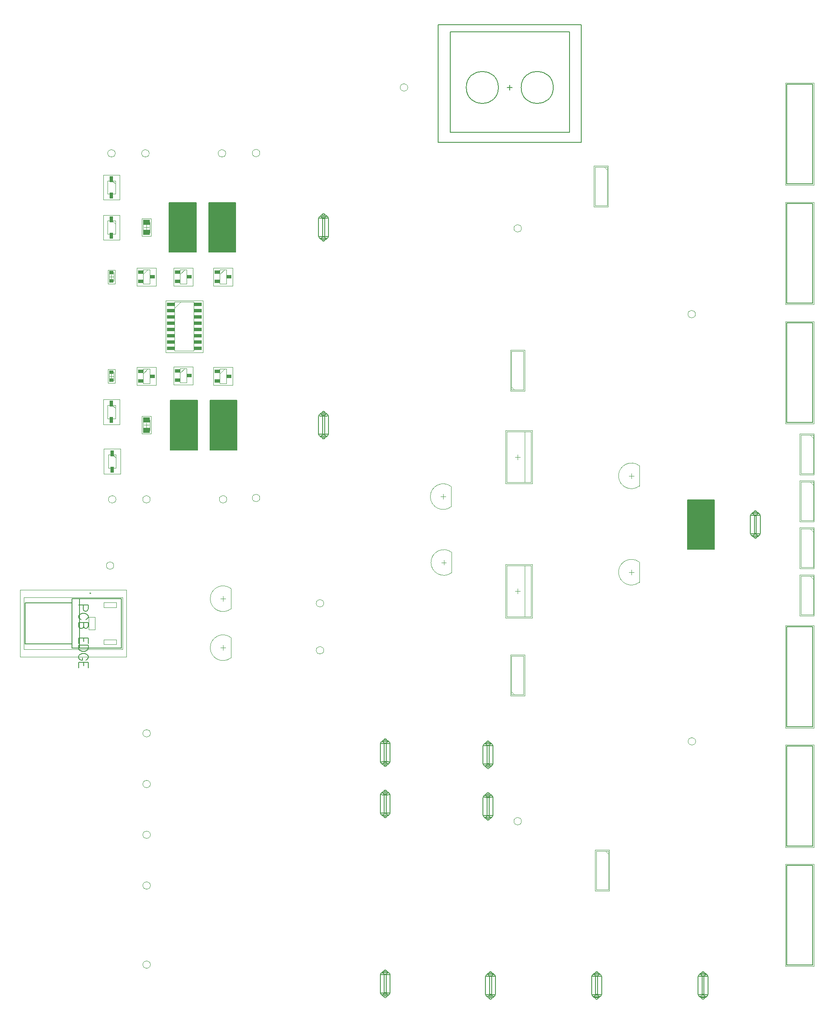
<source format=gtp>
G04*
G04 #@! TF.GenerationSoftware,Altium Limited,Altium Designer,18.0.7 (293)*
G04*
G04 Layer_Color=8421504*
%FSLAX25Y25*%
%MOIN*%
G70*
G01*
G75*
%ADD10C,0.00500*%
%ADD11C,0.00600*%
%ADD12C,0.00787*%
%ADD18C,0.00394*%
%ADD24C,0.00000*%
%ADD25C,0.00781*%
%ADD26C,0.00300*%
%ADD27C,0.00197*%
%ADD28R,0.02953X0.04921*%
%ADD29R,0.03543X0.02756*%
%ADD30R,0.05315X0.03937*%
%ADD31R,0.06102X0.02559*%
%ADD32R,0.03937X0.02756*%
G36*
X99150Y492640D02*
Y453140D01*
X77650D01*
Y492640D01*
X99150D01*
D02*
G37*
G36*
X98264Y650072D02*
Y610572D01*
X76764D01*
Y650072D01*
X98264D01*
D02*
G37*
G36*
X130646Y492640D02*
Y453140D01*
X109146D01*
Y492640D01*
X130646D01*
D02*
G37*
G36*
X129760Y650072D02*
Y610572D01*
X108260D01*
Y650072D01*
X129760D01*
D02*
G37*
G36*
X511000Y413402D02*
Y373902D01*
X489500D01*
Y413402D01*
X511000D01*
D02*
G37*
D10*
X568724Y122441D02*
X589197D01*
Y42913D02*
Y122441D01*
X568724Y42913D02*
X589197D01*
X568724D02*
Y122441D01*
X589197D01*
Y42913D02*
Y122441D01*
X568724Y42913D02*
X589197D01*
X568724D02*
Y122441D01*
Y744488D02*
X589197D01*
Y664961D02*
Y744488D01*
X568724Y664961D02*
X589197D01*
X568724D02*
Y744488D01*
X589197D01*
Y664961D02*
Y744488D01*
X568724Y664961D02*
X589197D01*
X568724D02*
Y744488D01*
Y312244D02*
X589197D01*
Y232717D02*
Y312244D01*
X568724Y232717D02*
X589197D01*
X568724D02*
Y312244D01*
X589197D01*
Y232717D02*
Y312244D01*
X568724Y232717D02*
X589197D01*
X568724D02*
Y312244D01*
Y554528D02*
X589197D01*
Y475000D02*
Y554528D01*
X568724Y475000D02*
X589197D01*
X568724D02*
Y554528D01*
X589197D01*
Y475000D02*
Y554528D01*
X568724Y475000D02*
X589197D01*
X568724D02*
Y554528D01*
Y217343D02*
X589197D01*
Y137815D02*
Y217343D01*
X568724Y137815D02*
X589197D01*
X568724D02*
Y217343D01*
X589197D01*
Y137815D02*
Y217343D01*
X568724Y137815D02*
X589197D01*
X568724D02*
Y217343D01*
Y649508D02*
X589197D01*
Y569980D02*
Y649508D01*
X568724Y569980D02*
X589197D01*
X568724D02*
Y649508D01*
X589197D01*
Y569980D02*
Y649508D01*
X568724Y569980D02*
X589197D01*
X568724D02*
Y649508D01*
X5217Y334646D02*
X38681D01*
X-689D02*
X5217D01*
X-689Y331299D02*
Y334646D01*
Y298622D02*
Y331299D01*
Y295276D02*
Y298622D01*
Y295276D02*
X5217D01*
X38681D01*
Y334646D01*
X-38091Y331299D02*
X-689D01*
X-38091Y298622D02*
Y331299D01*
Y298622D02*
X-689D01*
X5217Y295276D02*
Y334646D01*
X38681D01*
X-689D02*
X5217D01*
X-689Y331299D02*
Y334646D01*
Y298622D02*
Y331299D01*
Y295276D02*
Y298622D01*
Y295276D02*
X5217D01*
X38681D01*
Y334646D01*
X-38091Y331299D02*
X-689D01*
X-38091Y298622D02*
Y331299D01*
Y298622D02*
X-689D01*
X5217Y295276D02*
Y334646D01*
X329832Y17936D02*
G03*
X331824Y16881I1976J1321D01*
G01*
X333532Y16879D02*
G03*
X335506Y17917I11J2376D01*
G01*
X331823Y36564D02*
G03*
X329849Y35527I-11J-2376D01*
G01*
X335522Y35508D02*
G03*
X333530Y36563I-1976J-1321D01*
G01*
X328995Y34074D02*
G03*
X328729Y33809I87J-354D01*
G01*
X331878Y33883D02*
G03*
X328995Y34074I-4288J-43031D01*
G01*
X331878Y19560D02*
G03*
X328995Y19370I41749J-654584D01*
G01*
X328729Y19635D02*
G03*
X328995Y19370I357J92D01*
G01*
X333476Y33883D02*
G03*
X336360Y34074I-41797J655314D01*
G01*
X336626Y33809D02*
G03*
X336360Y34074I-357J-92D01*
G01*
X336360Y19370D02*
G03*
X336626Y19635I-87J354D01*
G01*
X333476Y19560D02*
G03*
X336360Y19370I4288J43031D01*
G01*
X331878Y19032D02*
G03*
X330617Y17864I3661J-5218D01*
G01*
X328729Y19635D02*
G03*
X330500Y17864I1772J0D01*
G01*
X336626Y33809D02*
G03*
X334854Y35580I-1772J0D01*
G01*
X330500D02*
G03*
X328729Y33809I0J-1772D01*
G01*
X334854Y17864D02*
G03*
X336626Y19635I0J1772D01*
G01*
X331496Y16879D02*
G03*
X333858Y16879I1181J0D01*
G01*
Y36564D02*
G03*
X331496Y36564I-1181J0D01*
G01*
X414387Y17935D02*
G03*
X416378Y16879I1976J1321D01*
G01*
X418086Y16878D02*
G03*
X420060Y17916I11J2376D01*
G01*
X416377Y36563D02*
G03*
X414403Y35525I-11J-2376D01*
G01*
X420077Y35506D02*
G03*
X418085Y36562I-1976J-1321D01*
G01*
X413549Y34072D02*
G03*
X413283Y33807I87J-354D01*
G01*
X416433Y33882D02*
G03*
X413549Y34072I-4288J-43031D01*
G01*
X416433Y19559D02*
G03*
X413549Y19369I41749J-654584D01*
G01*
X413283Y19634D02*
G03*
X413549Y19369I357J92D01*
G01*
X418031Y33882D02*
G03*
X420914Y34072I-41797J655314D01*
G01*
X421180Y33807D02*
G03*
X420914Y34072I-357J-92D01*
G01*
X420914Y19369D02*
G03*
X421180Y19634I-87J354D01*
G01*
X418031Y19559D02*
G03*
X420914Y19369I4288J43031D01*
G01*
X416433Y19030D02*
G03*
X415171Y17862I3661J-5218D01*
G01*
X413283Y19634D02*
G03*
X415055Y17862I1772J0D01*
G01*
X421180Y33807D02*
G03*
X419409Y35579I-1772J0D01*
G01*
X415055D02*
G03*
X413283Y33807I0J-1772D01*
G01*
X419409Y17862D02*
G03*
X421180Y19634I0J1772D01*
G01*
X416050Y16878D02*
G03*
X418413Y16878I1181J0D01*
G01*
Y36563D02*
G03*
X416050Y36563I-1181J0D01*
G01*
X245974Y19273D02*
G03*
X247966Y18218I1976J1321D01*
G01*
X249673Y18216D02*
G03*
X251647Y19254I11J2376D01*
G01*
X247965Y37901D02*
G03*
X245991Y36864I-11J-2376D01*
G01*
X251664Y36845D02*
G03*
X249672Y37900I-1976J-1321D01*
G01*
X245137Y35411D02*
G03*
X244870Y35146I87J-354D01*
G01*
X248020Y35220D02*
G03*
X245137Y35411I-4288J-43031D01*
G01*
X248020Y20898D02*
G03*
X245137Y20707I41749J-654584D01*
G01*
X244870Y20972D02*
G03*
X245137Y20707I357J92D01*
G01*
X249618Y35220D02*
G03*
X252501Y35411I-41797J655314D01*
G01*
X252767Y35146D02*
G03*
X252501Y35411I-357J-92D01*
G01*
X252501Y20707D02*
G03*
X252767Y20972I-87J354D01*
G01*
X249618Y20898D02*
G03*
X252501Y20707I4288J43031D01*
G01*
X248020Y20369D02*
G03*
X246758Y19201I3661J-5218D01*
G01*
X244870Y20972D02*
G03*
X246642Y19201I1772J0D01*
G01*
X252767Y35146D02*
G03*
X250996Y36917I-1772J0D01*
G01*
X246642D02*
G03*
X244870Y35146I0J-1772D01*
G01*
X250996Y19201D02*
G03*
X252767Y20972I0J1772D01*
G01*
X247638Y18216D02*
G03*
X250000Y18216I1181J0D01*
G01*
Y37901D02*
G03*
X247638Y37901I-1181J0D01*
G01*
X327864Y201610D02*
G03*
X329855Y200554I1976J1321D01*
G01*
X331563Y200553D02*
G03*
X333537Y201590I11J2376D01*
G01*
X329854Y220238D02*
G03*
X327880Y219200I-11J-2376D01*
G01*
X333554Y219181D02*
G03*
X331562Y220236I-1976J-1321D01*
G01*
X327026Y217747D02*
G03*
X326760Y217482I87J-354D01*
G01*
X329910Y217557D02*
G03*
X327026Y217747I-4288J-43031D01*
G01*
X329910Y203234D02*
G03*
X327026Y203044I41749J-654584D01*
G01*
X326760Y203309D02*
G03*
X327026Y203044I357J92D01*
G01*
X331508Y217557D02*
G03*
X334391Y217747I-41797J655314D01*
G01*
X334657Y217482D02*
G03*
X334391Y217747I-357J-92D01*
G01*
X334391Y203044D02*
G03*
X334657Y203309I-87J354D01*
G01*
X331508Y203234D02*
G03*
X334391Y203044I4288J43031D01*
G01*
X329910Y202705D02*
G03*
X328648Y201537I3661J-5218D01*
G01*
X326760Y203309D02*
G03*
X328532Y201537I1772J0D01*
G01*
X334657Y217482D02*
G03*
X332886Y219253I-1772J0D01*
G01*
X328532D02*
G03*
X326760Y217482I0J-1772D01*
G01*
X332886Y201537D02*
G03*
X334657Y203309I0J1772D01*
G01*
X329528Y200553D02*
G03*
X331890Y200553I1181J0D01*
G01*
Y220238D02*
G03*
X329528Y220238I-1181J0D01*
G01*
X245974Y203340D02*
G03*
X247966Y202285I1976J1321D01*
G01*
X249673Y202283D02*
G03*
X251647Y203321I11J2376D01*
G01*
X247965Y221969D02*
G03*
X245991Y220931I-11J-2376D01*
G01*
X251664Y220912D02*
G03*
X249672Y221967I-1976J-1321D01*
G01*
X245137Y219478D02*
G03*
X244870Y219213I87J-354D01*
G01*
X248020Y219287D02*
G03*
X245137Y219478I-4288J-43031D01*
G01*
X248020Y204964D02*
G03*
X245137Y204774I41749J-654584D01*
G01*
X244870Y205039D02*
G03*
X245137Y204774I357J92D01*
G01*
X249618Y219287D02*
G03*
X252501Y219478I-41797J655314D01*
G01*
X252767Y219213D02*
G03*
X252501Y219478I-357J-92D01*
G01*
X252501Y204774D02*
G03*
X252767Y205039I-87J354D01*
G01*
X249618Y204964D02*
G03*
X252501Y204774I4288J43031D01*
G01*
X248020Y204436D02*
G03*
X246758Y203268I3661J-5218D01*
G01*
X244870Y205039D02*
G03*
X246642Y203268I1772J0D01*
G01*
X252767Y219213D02*
G03*
X250996Y220984I-1772J0D01*
G01*
X246642D02*
G03*
X244870Y219213I0J-1772D01*
G01*
X250996Y203268D02*
G03*
X252767Y205039I0J1772D01*
G01*
X247638Y202283D02*
G03*
X250000Y202283I1181J0D01*
G01*
Y221969D02*
G03*
X247638Y221969I-1181J0D01*
G01*
X202511Y481676D02*
G03*
X200519Y482731I-1976J-1321D01*
G01*
X198811Y482733D02*
G03*
X196837Y481695I-11J-2376D01*
G01*
X200520Y463048D02*
G03*
X202494Y464085I11J2376D01*
G01*
X196821Y464105D02*
G03*
X198813Y463049I1976J1321D01*
G01*
X203348Y465539D02*
G03*
X203614Y465804I-87J354D01*
G01*
X200465Y465729D02*
G03*
X203348Y465539I4288J43031D01*
G01*
X200465Y480052D02*
G03*
X203348Y480242I-41749J654584D01*
G01*
X203614Y479977D02*
G03*
X203348Y480242I-357J-92D01*
G01*
X198867Y465729D02*
G03*
X195983Y465539I41797J-655314D01*
G01*
X195717Y465804D02*
G03*
X195983Y465539I357J92D01*
G01*
X195983Y480242D02*
G03*
X195717Y479977I87J-354D01*
G01*
X198867Y480052D02*
G03*
X195983Y480242I-4288J-43031D01*
G01*
X200465Y480580D02*
G03*
X201726Y481748I-3661J5218D01*
G01*
X203614Y479977D02*
G03*
X201843Y481748I-1772J0D01*
G01*
X195717Y465803D02*
G03*
X197489Y464032I1772J0D01*
G01*
X201843D02*
G03*
X203614Y465803I0J1772D01*
G01*
X197489Y481748D02*
G03*
X195717Y479977I0J-1772D01*
G01*
X200847Y482733D02*
G03*
X198485Y482733I-1181J0D01*
G01*
Y463048D02*
G03*
X200847Y463048I1181J0D01*
G01*
X196821Y621536D02*
G03*
X198813Y620481I1976J1321D01*
G01*
X200520Y620479D02*
G03*
X202494Y621517I11J2376D01*
G01*
X198811Y640165D02*
G03*
X196837Y639127I-11J-2376D01*
G01*
X202511Y639108D02*
G03*
X200519Y640163I-1976J-1321D01*
G01*
X195983Y637674D02*
G03*
X195717Y637409I87J-354D01*
G01*
X198867Y637484D02*
G03*
X195983Y637674I-4288J-43031D01*
G01*
X198867Y623161D02*
G03*
X195983Y622970I41749J-654584D01*
G01*
X195717Y623236D02*
G03*
X195983Y622970I357J92D01*
G01*
X200465Y637484D02*
G03*
X203348Y637674I-41797J655314D01*
G01*
X203614Y637409D02*
G03*
X203348Y637674I-357J-92D01*
G01*
X203348Y622970D02*
G03*
X203614Y623236I-87J354D01*
G01*
X200465Y623161D02*
G03*
X203348Y622970I4288J43031D01*
G01*
X198867Y622632D02*
G03*
X197605Y621464I3661J-5218D01*
G01*
X195717Y623236D02*
G03*
X197489Y621464I1772J0D01*
G01*
X203614Y637409D02*
G03*
X201843Y639180I-1772J0D01*
G01*
X197489D02*
G03*
X195717Y637409I0J-1772D01*
G01*
X201843Y621464D02*
G03*
X203614Y623236I0J1772D01*
G01*
X198485Y620479D02*
G03*
X200847Y620479I1181J0D01*
G01*
Y640165D02*
G03*
X198485Y640165I-1181J0D01*
G01*
X245973Y162474D02*
G03*
X247965Y161419I1976J1321D01*
G01*
X249673Y161417D02*
G03*
X251647Y162455I11J2376D01*
G01*
X247964Y181102D02*
G03*
X245990Y180065I-11J-2376D01*
G01*
X251663Y180045D02*
G03*
X249671Y181101I-1976J-1321D01*
G01*
X245136Y178612D02*
G03*
X244870Y178347I87J-354D01*
G01*
X248019Y178421D02*
G03*
X245136Y178612I-4288J-43031D01*
G01*
X248019Y164098D02*
G03*
X245136Y163908I41749J-654584D01*
G01*
X244870Y164173D02*
G03*
X245136Y163908I357J92D01*
G01*
X249617Y178421D02*
G03*
X252501Y178612I-41797J655314D01*
G01*
X252767Y178347D02*
G03*
X252501Y178612I-357J-92D01*
G01*
X252501Y163908D02*
G03*
X252767Y164173I-87J354D01*
G01*
X249617Y164098D02*
G03*
X252501Y163908I4288J43031D01*
G01*
X248019Y163570D02*
G03*
X246758Y162402I3661J-5218D01*
G01*
X244870Y164173D02*
G03*
X246641Y162402I1772J0D01*
G01*
X252767Y178347D02*
G03*
X250995Y180118I-1772J0D01*
G01*
X246641D02*
G03*
X244870Y178347I0J-1772D01*
G01*
X250995Y162402D02*
G03*
X252767Y164173I0J1772D01*
G01*
X247637Y161417D02*
G03*
X249999Y161417I1181J0D01*
G01*
Y181102D02*
G03*
X247637Y181102I-1181J0D01*
G01*
X327864Y160506D02*
G03*
X329855Y159450I1976J1321D01*
G01*
X331563Y159449D02*
G03*
X333537Y160487I11J2376D01*
G01*
X329854Y179134D02*
G03*
X327880Y178096I-11J-2376D01*
G01*
X333554Y178077D02*
G03*
X331562Y179133I-1976J-1321D01*
G01*
X327026Y176643D02*
G03*
X326760Y176378I87J-354D01*
G01*
X329909Y176453D02*
G03*
X327026Y176643I-4288J-43031D01*
G01*
X329909Y162130D02*
G03*
X327026Y161940I41749J-654584D01*
G01*
X326760Y162205D02*
G03*
X327026Y161940I357J92D01*
G01*
X331507Y176453D02*
G03*
X334391Y176643I-41797J655314D01*
G01*
X334657Y176378D02*
G03*
X334391Y176643I-357J-92D01*
G01*
X334391Y161940D02*
G03*
X334657Y162205I-87J354D01*
G01*
X331507Y162130D02*
G03*
X334391Y161940I4288J43031D01*
G01*
X329909Y161601D02*
G03*
X328648Y160433I3661J-5218D01*
G01*
X326760Y162205D02*
G03*
X328532Y160433I1772J0D01*
G01*
X334657Y176378D02*
G03*
X332886Y178150I-1772J0D01*
G01*
X328532D02*
G03*
X326760Y176378I0J-1772D01*
G01*
X332886Y160433D02*
G03*
X334657Y162205I0J1772D01*
G01*
X329527Y159449D02*
G03*
X331890Y159449I1181J0D01*
G01*
Y179134D02*
G03*
X329527Y179134I-1181J0D01*
G01*
X499124Y17935D02*
G03*
X501115Y16879I1976J1321D01*
G01*
X502823Y16878D02*
G03*
X504797Y17916I11J2376D01*
G01*
X501114Y36563D02*
G03*
X499140Y35525I-11J-2376D01*
G01*
X504813Y35506D02*
G03*
X502822Y36562I-1976J-1321D01*
G01*
X498286Y34072D02*
G03*
X498020Y33807I87J-354D01*
G01*
X501169Y33882D02*
G03*
X498286Y34072I-4288J-43031D01*
G01*
X501169Y19559D02*
G03*
X498286Y19369I41749J-654584D01*
G01*
X498020Y19634D02*
G03*
X498286Y19369I357J92D01*
G01*
X502768Y33882D02*
G03*
X505651Y34072I-41797J655314D01*
G01*
X505917Y33807D02*
G03*
X505651Y34072I-357J-92D01*
G01*
X505651Y19369D02*
G03*
X505917Y19634I-87J354D01*
G01*
X502768Y19559D02*
G03*
X505651Y19369I4288J43031D01*
G01*
X501169Y19030D02*
G03*
X499908Y17862I3661J-5218D01*
G01*
X498020Y19634D02*
G03*
X499792Y17862I1772J0D01*
G01*
X505917Y33807D02*
G03*
X504145Y35579I-1772J0D01*
G01*
X499792D02*
G03*
X498020Y33807I0J-1772D01*
G01*
X504145Y17862D02*
G03*
X505917Y19634I0J1772D01*
G01*
X500787Y16878D02*
G03*
X503150Y16878I1181J0D01*
G01*
Y36563D02*
G03*
X500787Y36563I-1181J0D01*
G01*
X540791Y384915D02*
G03*
X542782Y383859I1976J1321D01*
G01*
X544490Y383858D02*
G03*
X546464Y384896I11J2376D01*
G01*
X542781Y403543D02*
G03*
X540807Y402506I-11J-2376D01*
G01*
X546480Y402486D02*
G03*
X544489Y403542I-1976J-1321D01*
G01*
X539953Y401053D02*
G03*
X539687Y400787I87J-354D01*
G01*
X542837Y400862D02*
G03*
X539953Y401053I-4288J-43031D01*
G01*
X542837Y386539D02*
G03*
X539953Y386349I41749J-654584D01*
G01*
X539687Y386614D02*
G03*
X539953Y386349I357J92D01*
G01*
X544434Y400862D02*
G03*
X547318Y401053I-41797J655314D01*
G01*
X547584Y400787D02*
G03*
X547318Y401053I-357J-92D01*
G01*
X547318Y386349D02*
G03*
X547584Y386614I-87J354D01*
G01*
X544434Y386539D02*
G03*
X547318Y386349I4288J43031D01*
G01*
X542837Y386011D02*
G03*
X541575Y384842I3661J-5218D01*
G01*
X539687Y386614D02*
G03*
X541459Y384842I1772J0D01*
G01*
X547584Y400787D02*
G03*
X545812Y402559I-1772J0D01*
G01*
X541459D02*
G03*
X539687Y400787I0J-1772D01*
G01*
X545812Y384842D02*
G03*
X547584Y386614I0J1772D01*
G01*
X542454Y383858D02*
G03*
X544817Y383858I1181J0D01*
G01*
Y403543D02*
G03*
X542454Y403543I-1181J0D01*
G01*
X335522Y17935D02*
X335540Y17962D01*
X335599Y18042D01*
X329760Y18037D02*
X329828Y17943D01*
X329832Y17936D01*
X329815Y35482D02*
X329832Y35510D01*
X329755Y35402D02*
X329815Y35482D01*
X335526Y35501D02*
X335595Y35407D01*
X335522Y35508D02*
X335526Y35501D01*
X333476Y34412D02*
X333554Y34423D01*
X333646Y34465D01*
X333745Y34540D01*
X333830Y34622D01*
X334051Y34885D01*
X334239Y35125D01*
X334407Y35330D01*
X334555Y35481D01*
X334655Y35555D01*
X334738Y35580D01*
X330617D02*
X330722Y35541D01*
X330861Y35423D01*
X331045Y35214D01*
X331273Y34924D01*
X331391Y34775D01*
X331526Y34621D01*
X331621Y34530D01*
X331740Y34448D01*
X331817Y34419D01*
X331878Y34412D01*
X334689Y17873D02*
X334738Y17864D01*
X334632Y17903D02*
X334689Y17873D01*
X334567Y17952D02*
X334632Y17903D01*
X334493Y18021D02*
X334567Y17952D01*
X334406Y18115D02*
X334493Y18021D01*
X334309Y18230D02*
X334406Y18115D01*
X334201Y18366D02*
X334309Y18230D01*
X334082Y18520D02*
X334201Y18366D01*
X333964Y18668D02*
X334082Y18520D01*
X333828Y18823D02*
X333964Y18668D01*
X333783Y18869D02*
X333828Y18823D01*
X333733Y18914D02*
X333783Y18869D01*
X333678Y18958D02*
X333733Y18914D01*
X333614Y18996D02*
X333678Y18958D01*
X333577Y19013D02*
X333614Y18996D01*
X333537Y19025D02*
X333577Y19013D01*
X333507Y19030D02*
X333537Y19025D01*
X333476Y19032D02*
X333507Y19030D01*
X331824Y16881D02*
X333531Y16879D01*
X331823Y36564D02*
X333530Y36563D01*
X331878Y19032D02*
Y34412D01*
X328729Y19635D02*
Y33809D01*
X336626Y19635D02*
Y33809D01*
X333476Y19032D02*
Y34412D01*
X331878Y33883D02*
X333476D01*
X331878Y19561D02*
X333476D01*
X331878Y19032D02*
X333476D01*
X331878Y34412D02*
X333476D01*
X330500Y35580D02*
X334854D01*
X330500Y17864D02*
X334854D01*
X420076Y17934D02*
X420094Y17961D01*
X420154Y18041D01*
X414314Y18035D02*
X414382Y17942D01*
X414387Y17935D01*
X414369Y35480D02*
X414386Y35508D01*
X414310Y35400D02*
X414369Y35480D01*
X420081Y35500D02*
X420149Y35406D01*
X420077Y35506D02*
X420081Y35500D01*
X418031Y34411D02*
X418108Y34422D01*
X418200Y34464D01*
X418300Y34538D01*
X418384Y34620D01*
X418605Y34883D01*
X418793Y35124D01*
X418962Y35329D01*
X419109Y35479D01*
X419209Y35553D01*
X419292Y35579D01*
X415171D02*
X415276Y35540D01*
X415415Y35421D01*
X415599Y35212D01*
X415827Y34923D01*
X415945Y34774D01*
X416080Y34620D01*
X416176Y34528D01*
X416295Y34446D01*
X416372Y34418D01*
X416433Y34411D01*
X419244Y17872D02*
X419292Y17862D01*
X419187Y17901D02*
X419244Y17872D01*
X419121Y17951D02*
X419187Y17901D01*
X419048Y18020D02*
X419121Y17951D01*
X418960Y18114D02*
X419048Y18020D01*
X418864Y18229D02*
X418960Y18114D01*
X418756Y18365D02*
X418864Y18229D01*
X418636Y18518D02*
X418756Y18365D01*
X418518Y18666D02*
X418636Y18518D01*
X418383Y18822D02*
X418518Y18666D01*
X418337Y18868D02*
X418383Y18822D01*
X418288Y18913D02*
X418337Y18868D01*
X418232Y18956D02*
X418288Y18913D01*
X418168Y18995D02*
X418232Y18956D01*
X418132Y19011D02*
X418168Y18995D01*
X418091Y19024D02*
X418132Y19011D01*
X418062Y19029D02*
X418091Y19024D01*
X418031Y19030D02*
X418062Y19029D01*
X416378Y16879D02*
X418086Y16878D01*
X416377Y36563D02*
X418085Y36562D01*
X416433Y19030D02*
Y34411D01*
X413283Y19634D02*
Y33807D01*
X421180Y19634D02*
Y33807D01*
X418031Y19030D02*
Y34411D01*
X416433Y33882D02*
X418031D01*
X416433Y19559D02*
X418031D01*
X416433Y19030D02*
X418031D01*
X416433Y34411D02*
X418031D01*
X415055Y35579D02*
X419409D01*
X415055Y17862D02*
X419409D01*
X251663Y19272D02*
X251682Y19299D01*
X251741Y19379D01*
X245902Y19374D02*
X245970Y19280D01*
X245974Y19273D01*
X245956Y36819D02*
X245973Y36847D01*
X245897Y36739D02*
X245956Y36819D01*
X251668Y36838D02*
X251736Y36744D01*
X251664Y36845D02*
X251668Y36838D01*
X249618Y35749D02*
X249696Y35760D01*
X249788Y35802D01*
X249887Y35876D01*
X249971Y35959D01*
X250193Y36222D01*
X250380Y36462D01*
X250549Y36667D01*
X250696Y36818D01*
X250797Y36892D01*
X250879Y36917D01*
X246758D02*
X246864Y36878D01*
X247003Y36760D01*
X247187Y36551D01*
X247414Y36261D01*
X247532Y36112D01*
X247668Y35958D01*
X247763Y35867D01*
X247882Y35785D01*
X247959Y35756D01*
X248020Y35749D01*
X250831Y19210D02*
X250879Y19201D01*
X250774Y19240D02*
X250831Y19210D01*
X250709Y19289D02*
X250774Y19240D01*
X250635Y19358D02*
X250709Y19289D01*
X250548Y19452D02*
X250635Y19358D01*
X250451Y19567D02*
X250548Y19452D01*
X250343Y19703D02*
X250451Y19567D01*
X250223Y19857D02*
X250343Y19703D01*
X250106Y20005D02*
X250223Y19857D01*
X249970Y20160D02*
X250106Y20005D01*
X249925Y20206D02*
X249970Y20160D01*
X249875Y20251D02*
X249925Y20206D01*
X249819Y20295D02*
X249875Y20251D01*
X249756Y20333D02*
X249819Y20295D01*
X249719Y20350D02*
X249756Y20333D01*
X249679Y20362D02*
X249719Y20350D01*
X249649Y20367D02*
X249679Y20362D01*
X249618Y20369D02*
X249649Y20367D01*
X247966Y18218D02*
X249673Y18216D01*
X247965Y37901D02*
X249672Y37900D01*
X248020Y20369D02*
Y35749D01*
X244870Y20972D02*
Y35146D01*
X252768Y20972D02*
Y35146D01*
X249618Y20369D02*
Y35749D01*
X248020Y35220D02*
X249618D01*
X248020Y20897D02*
X249618D01*
X248020Y20369D02*
X249618D01*
X248020Y35749D02*
X249618D01*
X246642Y36917D02*
X250996D01*
X246642Y19201D02*
X250996D01*
X333553Y201608D02*
X333571Y201635D01*
X333631Y201715D01*
X327791Y201710D02*
X327859Y201616D01*
X327864Y201610D01*
X327846Y219155D02*
X327863Y219183D01*
X327787Y219075D02*
X327846Y219155D01*
X333558Y219174D02*
X333626Y219081D01*
X333554Y219181D02*
X333558Y219174D01*
X331508Y218085D02*
X331585Y218097D01*
X331677Y218139D01*
X331777Y218213D01*
X331861Y218295D01*
X332082Y218558D01*
X332270Y218799D01*
X332439Y219004D01*
X332586Y219154D01*
X332687Y219228D01*
X332769Y219253D01*
X328648D02*
X328753Y219214D01*
X328893Y219096D01*
X329077Y218887D01*
X329304Y218597D01*
X329422Y218448D01*
X329557Y218294D01*
X329653Y218203D01*
X329772Y218121D01*
X329849Y218092D01*
X329910Y218085D01*
X332721Y201547D02*
X332769Y201537D01*
X332664Y201576D02*
X332721Y201547D01*
X332598Y201626D02*
X332664Y201576D01*
X332525Y201695D02*
X332598Y201626D01*
X332437Y201789D02*
X332525Y201695D01*
X332341Y201903D02*
X332437Y201789D01*
X332233Y202039D02*
X332341Y201903D01*
X332113Y202193D02*
X332233Y202039D01*
X331996Y202341D02*
X332113Y202193D01*
X331860Y202496D02*
X331996Y202341D01*
X331814Y202542D02*
X331860Y202496D01*
X331765Y202588D02*
X331814Y202542D01*
X331709Y202631D02*
X331765Y202588D01*
X331646Y202670D02*
X331709Y202631D01*
X331609Y202686D02*
X331646Y202670D01*
X331569Y202698D02*
X331609Y202686D01*
X331539Y202703D02*
X331569Y202698D01*
X331508Y202705D02*
X331539Y202703D01*
X329856Y200554D02*
X331563Y200553D01*
X329854Y220238D02*
X331562Y220236D01*
X329910Y202705D02*
Y218085D01*
X326760Y203309D02*
Y217482D01*
X334657Y203309D02*
Y217482D01*
X331508Y202705D02*
Y218085D01*
X329910Y217557D02*
X331508D01*
X329910Y203234D02*
X331508D01*
X329910Y202705D02*
X331508D01*
X329910Y218085D02*
X331508D01*
X328532Y219253D02*
X332886D01*
X328532Y201537D02*
X332886D01*
X251663Y203339D02*
X251682Y203366D01*
X251741Y203446D01*
X245902Y203441D02*
X245970Y203347D01*
X245974Y203340D01*
X245956Y220886D02*
X245973Y220914D01*
X245897Y220806D02*
X245956Y220886D01*
X251668Y220905D02*
X251736Y220811D01*
X251664Y220912D02*
X251668Y220905D01*
X249618Y219816D02*
X249696Y219827D01*
X249788Y219869D01*
X249887Y219943D01*
X249971Y220026D01*
X250193Y220289D01*
X250380Y220529D01*
X250549Y220734D01*
X250696Y220885D01*
X250797Y220959D01*
X250879Y220984D01*
X246758D02*
X246864Y220945D01*
X247003Y220827D01*
X247187Y220618D01*
X247414Y220328D01*
X247532Y220179D01*
X247668Y220025D01*
X247763Y219934D01*
X247882Y219852D01*
X247959Y219823D01*
X248020Y219816D01*
X250831Y203277D02*
X250879Y203268D01*
X250774Y203307D02*
X250831Y203277D01*
X250709Y203356D02*
X250774Y203307D01*
X250635Y203425D02*
X250709Y203356D01*
X250548Y203519D02*
X250635Y203425D01*
X250451Y203634D02*
X250548Y203519D01*
X250343Y203770D02*
X250451Y203634D01*
X250223Y203924D02*
X250343Y203770D01*
X250106Y204072D02*
X250223Y203924D01*
X249970Y204227D02*
X250106Y204072D01*
X249925Y204273D02*
X249970Y204227D01*
X249875Y204318D02*
X249925Y204273D01*
X249819Y204362D02*
X249875Y204318D01*
X249756Y204400D02*
X249819Y204362D01*
X249719Y204417D02*
X249756Y204400D01*
X249679Y204429D02*
X249719Y204417D01*
X249649Y204434D02*
X249679Y204429D01*
X249618Y204436D02*
X249649Y204434D01*
X247966Y202285D02*
X249673Y202283D01*
X247965Y221968D02*
X249672Y221967D01*
X248020Y204436D02*
Y219816D01*
X244870Y205039D02*
Y219213D01*
X252768Y205039D02*
Y219213D01*
X249618Y204436D02*
Y219816D01*
X248020Y219287D02*
X249618D01*
X248020Y204965D02*
X249618D01*
X248020Y204436D02*
X249618D01*
X248020Y219816D02*
X249618D01*
X246642Y220984D02*
X250996D01*
X246642Y203268D02*
X250996D01*
X196803Y481650D02*
X196821Y481677D01*
X196744Y481570D02*
X196803Y481650D01*
X202515Y481669D02*
X202583Y481575D01*
X202511Y481676D02*
X202515Y481669D01*
X202511Y464102D02*
X202528Y464130D01*
X202588Y464210D01*
X196748Y464205D02*
X196816Y464111D01*
X196821Y464105D01*
X198789Y465189D02*
X198867Y465200D01*
X198697Y465147D02*
X198789Y465189D01*
X198597Y465073D02*
X198697Y465147D01*
X198513Y464990D02*
X198597Y465073D01*
X198292Y464727D02*
X198513Y464990D01*
X198104Y464487D02*
X198292Y464727D01*
X197935Y464282D02*
X198104Y464487D01*
X197788Y464131D02*
X197935Y464282D01*
X197688Y464058D02*
X197788Y464131D01*
X197605Y464032D02*
X197688Y464058D01*
X201621Y464071D02*
X201726Y464032D01*
X201482Y464189D02*
X201621Y464071D01*
X201298Y464398D02*
X201482Y464189D01*
X201070Y464688D02*
X201298Y464398D01*
X200952Y464837D02*
X201070Y464688D01*
X200817Y464991D02*
X200952Y464837D01*
X200722Y465083D02*
X200817Y464991D01*
X200603Y465165D02*
X200722Y465083D01*
X200526Y465193D02*
X200603Y465165D01*
X200465Y465200D02*
X200526Y465193D01*
X197605Y481748D02*
X197654Y481739D01*
X197710Y481709D01*
X197776Y481660D01*
X197850Y481591D01*
X197937Y481497D01*
X198034Y481382D01*
X198142Y481246D01*
X198261Y481092D01*
X198379Y480944D01*
X198514Y480789D01*
X198560Y480743D01*
X198610Y480698D01*
X198665Y480654D01*
X198729Y480616D01*
X198766Y480600D01*
X198806Y480587D01*
X198836Y480582D01*
X198867Y480580D01*
X198811Y482733D02*
X200519Y482731D01*
X198813Y463049D02*
X200520Y463048D01*
X200465Y465200D02*
Y480580D01*
X203614Y465804D02*
Y479977D01*
X195717Y465804D02*
Y479977D01*
X198867Y465200D02*
Y480580D01*
Y465729D02*
X200465D01*
X198867Y480052D02*
X200465D01*
X198867Y480580D02*
X200465D01*
X198867Y465200D02*
X200465D01*
X197489Y464032D02*
X201843D01*
X197489Y481748D02*
X201843D01*
X202510Y621535D02*
X202528Y621562D01*
X202588Y621642D01*
X196748Y621637D02*
X196816Y621543D01*
X196821Y621536D01*
X196803Y639082D02*
X196820Y639110D01*
X196744Y639002D02*
X196803Y639082D01*
X202515Y639101D02*
X202583Y639007D01*
X202511Y639108D02*
X202515Y639101D01*
X200465Y638012D02*
X200542Y638024D01*
X200634Y638065D01*
X200734Y638140D01*
X200818Y638222D01*
X201039Y638485D01*
X201227Y638725D01*
X201396Y638930D01*
X201543Y639081D01*
X201644Y639155D01*
X201726Y639180D01*
X197605D02*
X197710Y639141D01*
X197850Y639023D01*
X198034Y638814D01*
X198261Y638524D01*
X198379Y638375D01*
X198514Y638221D01*
X198610Y638130D01*
X198729Y638048D01*
X198806Y638019D01*
X198867Y638012D01*
X201678Y621474D02*
X201726Y621464D01*
X201621Y621503D02*
X201678Y621474D01*
X201555Y621552D02*
X201621Y621503D01*
X201482Y621621D02*
X201555Y621552D01*
X201394Y621716D02*
X201482Y621621D01*
X201298Y621830D02*
X201394Y621716D01*
X201190Y621966D02*
X201298Y621830D01*
X201070Y622120D02*
X201190Y621966D01*
X200953Y622268D02*
X201070Y622120D01*
X200817Y622423D02*
X200953Y622268D01*
X200771Y622469D02*
X200817Y622423D01*
X200722Y622514D02*
X200771Y622469D01*
X200666Y622558D02*
X200722Y622514D01*
X200603Y622596D02*
X200666Y622558D01*
X200566Y622613D02*
X200603Y622596D01*
X200526Y622625D02*
X200566Y622613D01*
X200496Y622630D02*
X200526Y622625D01*
X200465Y622632D02*
X200496Y622630D01*
X198813Y620481D02*
X200520Y620480D01*
X198811Y640165D02*
X200519Y640163D01*
X198867Y622632D02*
Y638012D01*
X195717Y623235D02*
Y637409D01*
X203614Y623235D02*
Y637409D01*
X200465Y622632D02*
Y638012D01*
X198867Y637484D02*
X200465D01*
X198867Y623161D02*
X200465D01*
X198867Y622632D02*
X200465D01*
X198867Y638012D02*
X200465D01*
X197489Y639180D02*
X201843D01*
X197489Y621464D02*
X201843D01*
X251663Y162473D02*
X251681Y162500D01*
X251740Y162580D01*
X245901Y162575D02*
X245969Y162481D01*
X245973Y162474D01*
X245956Y180020D02*
X245973Y180048D01*
X245896Y179940D02*
X245956Y180020D01*
X251668Y180039D02*
X251736Y179945D01*
X251663Y180045D02*
X251668Y180039D01*
X249617Y178950D02*
X249695Y178961D01*
X249787Y179003D01*
X249886Y179077D01*
X249971Y179160D01*
X250192Y179423D01*
X250380Y179663D01*
X250549Y179868D01*
X250696Y180019D01*
X250796Y180092D01*
X250879Y180118D01*
X246758D02*
X246863Y180079D01*
X247002Y179961D01*
X247186Y179752D01*
X247414Y179462D01*
X247532Y179313D01*
X247667Y179159D01*
X247762Y179067D01*
X247881Y178985D01*
X247958Y178957D01*
X248019Y178950D01*
X250830Y162411D02*
X250879Y162402D01*
X250774Y162441D02*
X250830Y162411D01*
X250708Y162490D02*
X250774Y162441D01*
X250634Y162559D02*
X250708Y162490D01*
X250547Y162653D02*
X250634Y162559D01*
X250450Y162768D02*
X250547Y162653D01*
X250342Y162904D02*
X250450Y162768D01*
X250223Y163058D02*
X250342Y162904D01*
X250105Y163206D02*
X250223Y163058D01*
X249970Y163361D02*
X250105Y163206D01*
X249924Y163407D02*
X249970Y163361D01*
X249874Y163452D02*
X249924Y163407D01*
X249819Y163496D02*
X249874Y163452D01*
X249755Y163534D02*
X249819Y163496D01*
X249718Y163550D02*
X249755Y163534D01*
X249678Y163563D02*
X249718Y163550D01*
X249648Y163568D02*
X249678Y163563D01*
X249617Y163570D02*
X249648Y163568D01*
X247965Y161419D02*
X249673Y161417D01*
X247964Y181102D02*
X249671Y181101D01*
X248019Y163570D02*
Y178950D01*
X244870Y164173D02*
Y178346D01*
X252767Y164173D02*
Y178346D01*
X249617Y163570D02*
Y178950D01*
X248019Y178421D02*
X249617D01*
X248019Y164098D02*
X249617D01*
X248019Y163570D02*
X249617D01*
X248019Y178950D02*
X249617D01*
X246641Y180118D02*
X250995D01*
X246641Y162402D02*
X250995D01*
X333553Y160505D02*
X333571Y160532D01*
X333630Y160612D01*
X327791Y160606D02*
X327859Y160512D01*
X327864Y160506D01*
X327846Y178051D02*
X327863Y178079D01*
X327787Y177971D02*
X327846Y178051D01*
X333558Y178071D02*
X333626Y177977D01*
X333553Y178077D02*
X333558Y178071D01*
X331508Y176981D02*
X331585Y176993D01*
X331677Y177035D01*
X331777Y177109D01*
X331861Y177192D01*
X332082Y177454D01*
X332270Y177695D01*
X332439Y177900D01*
X332586Y178050D01*
X332686Y178124D01*
X332769Y178150D01*
X328648D02*
X328753Y178111D01*
X328892Y177992D01*
X329076Y177783D01*
X329304Y177494D01*
X329422Y177345D01*
X329557Y177190D01*
X329652Y177099D01*
X329772Y177017D01*
X329849Y176989D01*
X329910Y176981D01*
X332721Y160443D02*
X332769Y160433D01*
X332664Y160472D02*
X332721Y160443D01*
X332598Y160522D02*
X332664Y160472D01*
X332525Y160591D02*
X332598Y160522D01*
X332437Y160685D02*
X332525Y160591D01*
X332341Y160800D02*
X332437Y160685D01*
X332233Y160936D02*
X332341Y160800D01*
X332113Y161089D02*
X332233Y160936D01*
X331995Y161237D02*
X332113Y161089D01*
X331860Y161393D02*
X331995Y161237D01*
X331814Y161439D02*
X331860Y161393D01*
X331765Y161484D02*
X331814Y161439D01*
X331709Y161527D02*
X331765Y161484D01*
X331645Y161566D02*
X331709Y161527D01*
X331609Y161582D02*
X331645Y161566D01*
X331568Y161594D02*
X331609Y161582D01*
X331539Y161600D02*
X331568Y161594D01*
X331508Y161601D02*
X331539Y161600D01*
X329855Y159450D02*
X331563Y159449D01*
X329854Y179134D02*
X331562Y179133D01*
X329910Y161601D02*
Y176981D01*
X326760Y162205D02*
Y176378D01*
X334657Y162205D02*
Y176378D01*
X331508Y161601D02*
Y176981D01*
X329910Y176453D02*
X331508D01*
X329910Y162130D02*
X331508D01*
X329910Y161601D02*
X331508D01*
X329910Y176981D02*
X331508D01*
X328532Y178150D02*
X332885D01*
X328532Y160433D02*
X332885D01*
X504813Y17934D02*
X504831Y17961D01*
X504890Y18041D01*
X499051Y18035D02*
X499119Y17941D01*
X499123Y17935D01*
X499106Y35480D02*
X499123Y35508D01*
X499047Y35400D02*
X499106Y35480D01*
X504818Y35500D02*
X504886Y35406D01*
X504813Y35506D02*
X504818Y35500D01*
X502768Y34410D02*
X502845Y34422D01*
X502937Y34464D01*
X503037Y34538D01*
X503121Y34621D01*
X503342Y34883D01*
X503530Y35124D01*
X503699Y35329D01*
X503846Y35479D01*
X503946Y35553D01*
X504029Y35579D01*
X499908D02*
X500013Y35540D01*
X500152Y35421D01*
X500336Y35212D01*
X500564Y34923D01*
X500682Y34774D01*
X500817Y34619D01*
X500912Y34528D01*
X501032Y34446D01*
X501109Y34418D01*
X501169Y34410D01*
X503980Y17872D02*
X504029Y17862D01*
X503924Y17901D02*
X503980Y17872D01*
X503858Y17951D02*
X503924Y17901D01*
X503785Y18020D02*
X503858Y17951D01*
X503697Y18114D02*
X503785Y18020D01*
X503601Y18229D02*
X503697Y18114D01*
X503493Y18365D02*
X503601Y18229D01*
X503373Y18518D02*
X503493Y18365D01*
X503256Y18666D02*
X503373Y18518D01*
X503120Y18822D02*
X503256Y18666D01*
X503074Y18868D02*
X503120Y18822D01*
X503024Y18913D02*
X503074Y18868D01*
X502969Y18956D02*
X503024Y18913D01*
X502905Y18995D02*
X502969Y18956D01*
X502869Y19011D02*
X502905Y18995D01*
X502828Y19023D02*
X502869Y19011D01*
X502799Y19029D02*
X502828Y19023D01*
X502768Y19030D02*
X502799Y19029D01*
X501115Y16879D02*
X502823Y16878D01*
X501114Y36563D02*
X502822Y36562D01*
X501169Y19030D02*
Y34410D01*
X498020Y19634D02*
Y33807D01*
X505917Y19634D02*
Y33807D01*
X502768Y19030D02*
Y34410D01*
X501169Y33882D02*
X502768D01*
X501169Y19559D02*
X502768D01*
X501169Y19030D02*
X502768D01*
X501169Y34410D02*
X502768D01*
X499791Y35579D02*
X504145D01*
X499791Y17862D02*
X504145D01*
X546480Y384914D02*
X546498Y384941D01*
X546557Y385021D01*
X540718Y385016D02*
X540786Y384922D01*
X540791Y384915D01*
X540773Y402461D02*
X540790Y402489D01*
X540714Y402381D02*
X540773Y402461D01*
X546485Y402480D02*
X546553Y402386D01*
X546481Y402487D02*
X546485Y402480D01*
X544434Y401391D02*
X544512Y401402D01*
X544604Y401444D01*
X544704Y401518D01*
X544788Y401601D01*
X545009Y401863D01*
X545197Y402104D01*
X545366Y402309D01*
X545513Y402459D01*
X545613Y402533D01*
X545696Y402559D01*
X541575D02*
X541680Y402520D01*
X541819Y402401D01*
X542003Y402193D01*
X542231Y401903D01*
X542349Y401754D01*
X542484Y401600D01*
X542580Y401509D01*
X542699Y401426D01*
X542776Y401398D01*
X542837Y401391D01*
X545647Y384852D02*
X545696Y384842D01*
X545591Y384882D02*
X545647Y384852D01*
X545525Y384931D02*
X545591Y384882D01*
X545451Y385000D02*
X545525Y384931D01*
X545364Y385094D02*
X545451Y385000D01*
X545268Y385209D02*
X545364Y385094D01*
X545160Y385345D02*
X545268Y385209D01*
X545040Y385499D02*
X545160Y385345D01*
X544922Y385647D02*
X545040Y385499D01*
X544787Y385802D02*
X544922Y385647D01*
X544741Y385848D02*
X544787Y385802D01*
X544692Y385893D02*
X544741Y385848D01*
X544636Y385936D02*
X544692Y385893D01*
X544572Y385975D02*
X544636Y385936D01*
X544536Y385992D02*
X544572Y385975D01*
X544495Y386004D02*
X544536Y385992D01*
X544465Y386009D02*
X544495Y386004D01*
X544434Y386011D02*
X544465Y386009D01*
X542782Y383859D02*
X544490Y383858D01*
X542781Y403543D02*
X544489Y403542D01*
X542837Y386011D02*
Y401391D01*
X539687Y386614D02*
Y400787D01*
X547584Y386614D02*
Y400787D01*
X544434Y386011D02*
Y401391D01*
X542837Y400862D02*
X544434D01*
X542837Y386539D02*
X544434D01*
X542837Y386011D02*
X544434D01*
X542837Y401391D02*
X544434D01*
X541459Y402559D02*
X545813D01*
X541459Y384842D02*
X545813D01*
D11*
X489500Y373902D02*
X511000D01*
X489500D02*
Y413402D01*
X511000D01*
Y373902D02*
Y413402D01*
X77650Y453140D02*
X99150D01*
X77650D02*
Y492640D01*
X99150D01*
Y453140D02*
Y492640D01*
X76764Y610572D02*
X98264D01*
X76764D02*
Y650072D01*
X98264D01*
Y610572D02*
Y650072D01*
X109146Y453140D02*
X130646D01*
X109146D02*
Y492640D01*
X130646D01*
Y453140D02*
Y492640D01*
X108260Y610572D02*
X129760D01*
X108260D02*
Y650072D01*
X129760D01*
Y610572D02*
Y650072D01*
D12*
X338937Y741732D02*
G03*
X338937Y741732I-12795J0D01*
G01*
X382677D02*
G03*
X382677Y741732I-12795J0D01*
G01*
X322892Y706102D02*
X395551D01*
Y785925D01*
X331455D02*
X395551D01*
X300473Y706102D02*
X322892D01*
X308349Y785925D02*
X323753D01*
X300473Y706102D02*
Y785925D01*
X308349D01*
X323753D02*
X331455D01*
X14272Y339016D02*
G03*
X14272Y339016I-394J0D01*
G01*
D02*
G03*
X14272Y339016I-394J0D01*
G01*
X38681Y295276D02*
Y334646D01*
X-689Y295276D02*
X38681D01*
X-689D02*
Y334646D01*
X38681D01*
X-38091Y331299D02*
X-689D01*
X-38091Y298622D02*
Y331299D01*
Y298622D02*
X-689D01*
X348012Y739764D02*
Y743701D01*
X346043Y741732D02*
X349980D01*
X290925Y698130D02*
X405098D01*
Y791634D01*
X290925D02*
X405098D01*
X290925Y698130D02*
Y791634D01*
D18*
X301775Y371570D02*
G03*
X301775Y355438I-6302J-8066D01*
G01*
X301282Y424011D02*
G03*
X301282Y407879I-6302J-8066D01*
G01*
X451184Y363854D02*
G03*
X451184Y347721I-6302J-8066D01*
G01*
Y440547D02*
G03*
X451184Y424414I-6302J-8066D01*
G01*
X125948Y342727D02*
G03*
X125948Y326594I-6302J-8066D01*
G01*
X125948Y303716D02*
G03*
X125948Y287583I-6302J-8066D01*
G01*
X31359Y667520D02*
X33819Y665059D01*
X27717Y667520D02*
X33819D01*
X27717Y656890D02*
Y667520D01*
Y656890D02*
X33819D01*
Y667520D01*
X28996Y508472D02*
X32540D01*
X28996Y515165D02*
X32540D01*
X28996Y508472D02*
Y515165D01*
X32540Y508472D02*
Y515165D01*
X28996Y587606D02*
X32540D01*
X28996Y594298D02*
X32540D01*
X28996Y587606D02*
Y594298D01*
X32540Y587606D02*
Y594298D01*
X61280Y468756D02*
Y477024D01*
X55965Y468756D02*
Y477024D01*
X61280D01*
X55965Y468756D02*
X61280D01*
Y626188D02*
Y634456D01*
X55965Y626188D02*
Y634456D01*
X61280D01*
X55965Y626188D02*
X61280D01*
X81063Y570972D02*
X96418D01*
Y531995D02*
Y570972D01*
X81063Y531995D02*
X96418D01*
X81063D02*
Y570972D01*
Y565972D02*
X86063Y570972D01*
X85445Y518050D02*
X90658D01*
Y506554D02*
Y518050D01*
X85445Y506554D02*
X90658D01*
X85445D02*
Y518050D01*
Y514310D02*
X89185Y518050D01*
X85445Y596700D02*
X90658D01*
Y585204D02*
Y596700D01*
X85445Y585204D02*
X90658D01*
X85445D02*
Y596700D01*
Y592960D02*
X89185Y596700D01*
X117059Y517566D02*
X122272D01*
Y506070D02*
Y517566D01*
X117059Y506070D02*
X122272D01*
X117059D02*
Y517566D01*
Y513826D02*
X120800Y517566D01*
X117059Y596700D02*
X122272D01*
Y585204D02*
Y596700D01*
X117059Y585204D02*
X122272D01*
X117059D02*
Y596700D01*
Y592960D02*
X120799Y596700D01*
X56016Y517566D02*
X61229D01*
Y506070D02*
Y517566D01*
X56016Y506070D02*
X61229D01*
X56016D02*
Y517566D01*
Y513826D02*
X59756Y517566D01*
X56016Y596700D02*
X61229D01*
Y585204D02*
Y596700D01*
X56016Y585204D02*
X61229D01*
X56016D02*
Y596700D01*
Y592960D02*
X59756Y596700D01*
X587402Y390249D02*
X589772Y387879D01*
X580039Y390249D02*
X589803D01*
X580039Y359541D02*
Y390249D01*
Y359541D02*
X589803D01*
Y390249D01*
X587402Y427703D02*
X589772Y425333D01*
X580039Y427703D02*
X589803D01*
X580039Y396995D02*
Y427703D01*
Y396995D02*
X589803D01*
Y427703D01*
X301772Y355438D02*
Y371570D01*
X301280Y407879D02*
Y424011D01*
X349362Y260835D02*
X351732Y258465D01*
X349331D02*
X359095D01*
Y289173D01*
X349331D02*
X359095D01*
X349331Y258465D02*
Y289173D01*
X349362Y503276D02*
X351732Y500906D01*
X349331D02*
X359095D01*
Y531614D01*
X349331D02*
X359095D01*
X349331Y500906D02*
Y531614D01*
X451181Y347721D02*
Y363854D01*
Y424414D02*
Y440547D01*
X587402Y352795D02*
X589772Y350425D01*
X580039Y352795D02*
X589803D01*
X580039Y322087D02*
Y352795D01*
Y322087D02*
X589803D01*
Y352795D01*
X587402Y465157D02*
X589772Y462787D01*
X580039Y465157D02*
X589803D01*
X580039Y434449D02*
Y465157D01*
Y434449D02*
X589803D01*
Y465157D01*
X424350Y133779D02*
X426720Y131409D01*
X416988Y133779D02*
X426752D01*
X416988Y103071D02*
Y133779D01*
Y103071D02*
X426752D01*
Y133779D01*
X423268Y678346D02*
X425638Y675976D01*
X415905Y678346D02*
X425669D01*
X415905Y647638D02*
Y678346D01*
Y647638D02*
X425669D01*
Y678346D01*
X125945Y326594D02*
Y342727D01*
Y287583D02*
Y303716D01*
X31359Y488744D02*
X33819Y486284D01*
X27717Y488744D02*
X33819D01*
X27717Y478114D02*
Y488744D01*
Y478114D02*
X33819D01*
Y488744D01*
X31949Y449291D02*
X34410Y446831D01*
X28308Y449291D02*
X34410D01*
X28308Y438661D02*
Y449291D01*
Y438661D02*
X34410D01*
Y449291D01*
X31359Y635532D02*
X33819Y633071D01*
X27717Y635532D02*
X33819D01*
X27717Y624902D02*
Y635532D01*
Y624902D02*
X33819D01*
Y635532D01*
X359921Y320512D02*
Y361063D01*
X345748Y320512D02*
X364843D01*
X345748Y361063D02*
X364843D01*
Y320512D02*
Y361063D01*
X345748Y320512D02*
Y361063D01*
X359921Y427205D02*
Y467756D01*
X345748Y427205D02*
X364843D01*
X345748Y467756D02*
X364843D01*
Y427205D02*
Y467756D01*
X345748Y427205D02*
Y467756D01*
X30768Y510046D02*
Y513590D01*
X28996Y511818D02*
X32540D01*
X30768Y589180D02*
Y592724D01*
X28996Y590952D02*
X32540D01*
X56654Y472890D02*
X60591D01*
X58622Y470922D02*
Y474859D01*
X56654Y630322D02*
X60591D01*
X58622Y628354D02*
Y632291D01*
X295472Y361535D02*
Y365472D01*
X293504Y363504D02*
X297441D01*
X294980Y413976D02*
Y417913D01*
X293012Y415945D02*
X296949D01*
X444882Y353819D02*
Y357756D01*
X442913Y355787D02*
X446850D01*
X444882Y430512D02*
Y434449D01*
X442913Y432480D02*
X446850D01*
X42618Y288311D02*
Y341610D01*
X-42028Y288311D02*
X42618D01*
X-42028D02*
Y341610D01*
X42618D01*
X117678Y334660D02*
X121615D01*
X119646Y332692D02*
Y336629D01*
X117677Y295650D02*
X121614D01*
X119646Y293681D02*
Y297618D01*
X354331Y338819D02*
Y342756D01*
X352362Y340787D02*
X356299D01*
X354331Y445512D02*
Y449449D01*
X352362Y447480D02*
X356299D01*
D24*
X24705Y331693D02*
X34547D01*
X24705Y327756D02*
Y331693D01*
Y327756D02*
X34547D01*
Y331693D01*
X24705Y302165D02*
X34547D01*
X24705Y298228D02*
Y302165D01*
Y298228D02*
X34547D01*
Y302165D01*
X12500Y319882D02*
X17618D01*
X12500Y310039D02*
Y319882D01*
Y310039D02*
X17618D01*
Y319882D01*
X508500Y404852D02*
G03*
X508500Y404852I-500J0D01*
G01*
X499500Y379902D02*
G03*
X499500Y379902I-4000J0D01*
G01*
X96650Y484090D02*
G03*
X96650Y484090I-500J0D01*
G01*
X87650Y459140D02*
G03*
X87650Y459140I-4000J0D01*
G01*
X95764Y641522D02*
G03*
X95764Y641522I-500J0D01*
G01*
X86764Y616572D02*
G03*
X86764Y616572I-4000J0D01*
G01*
X128146Y484090D02*
G03*
X128146Y484090I-500J0D01*
G01*
X119146Y459140D02*
G03*
X119146Y459140I-4000J0D01*
G01*
X127260Y641522D02*
G03*
X127260Y641522I-500J0D01*
G01*
X118260Y616572D02*
G03*
X118260Y616572I-4000J0D01*
G01*
D25*
X8258Y329724D02*
Y326561D01*
X8610Y325507D01*
X8961Y325156D01*
X9664Y324804D01*
X10719D01*
X11422Y325156D01*
X11773Y325507D01*
X12124Y326561D01*
Y329724D01*
X4744D01*
X10367Y317881D02*
X11070Y318232D01*
X11773Y318935D01*
X12124Y319638D01*
Y321044D01*
X11773Y321747D01*
X11070Y322449D01*
X10367Y322801D01*
X9313Y323152D01*
X7556D01*
X6501Y322801D01*
X5798Y322449D01*
X5096Y321747D01*
X4744Y321044D01*
Y319638D01*
X5096Y318935D01*
X5798Y318232D01*
X6501Y317881D01*
X12124Y315807D02*
X4744D01*
X12124D02*
Y312644D01*
X11773Y311590D01*
X11422Y311239D01*
X10719Y310887D01*
X10016D01*
X9313Y311239D01*
X8961Y311590D01*
X8610Y312644D01*
Y315807D02*
Y312644D01*
X8258Y311590D01*
X7907Y311239D01*
X7204Y310887D01*
X6150D01*
X5447Y311239D01*
X5096Y311590D01*
X4744Y312644D01*
Y315807D01*
X12124Y298868D02*
Y303436D01*
X4744D01*
Y298868D01*
X8610Y303436D02*
Y300625D01*
X12124Y297638D02*
X4744D01*
X12124D02*
Y295178D01*
X11773Y294123D01*
X11070Y293420D01*
X10367Y293069D01*
X9313Y292717D01*
X7556D01*
X6501Y293069D01*
X5798Y293420D01*
X5096Y294123D01*
X4744Y295178D01*
Y297638D01*
X10367Y285794D02*
X11070Y286145D01*
X11773Y286848D01*
X12124Y287551D01*
Y288957D01*
X11773Y289660D01*
X11070Y290363D01*
X10367Y290714D01*
X9313Y291066D01*
X7556D01*
X6501Y290714D01*
X5798Y290363D01*
X5096Y289660D01*
X4744Y288957D01*
Y287551D01*
X5096Y286848D01*
X5798Y286145D01*
X6501Y285794D01*
X7556D01*
Y287551D02*
Y285794D01*
X12124Y279538D02*
Y284107D01*
X4744D01*
Y279538D01*
X8610Y284107D02*
Y281295D01*
X8258Y329724D02*
Y326561D01*
X8610Y325507D01*
X8961Y325156D01*
X9664Y324804D01*
X10719D01*
X11422Y325156D01*
X11773Y325507D01*
X12124Y326561D01*
Y329724D01*
X4744D01*
X10367Y317881D02*
X11070Y318232D01*
X11773Y318935D01*
X12124Y319638D01*
Y321044D01*
X11773Y321747D01*
X11070Y322449D01*
X10367Y322801D01*
X9313Y323152D01*
X7556D01*
X6501Y322801D01*
X5798Y322449D01*
X5096Y321747D01*
X4744Y321044D01*
Y319638D01*
X5096Y318935D01*
X5798Y318232D01*
X6501Y317881D01*
X12124Y315807D02*
X4744D01*
X12124D02*
Y312644D01*
X11773Y311590D01*
X11422Y311239D01*
X10719Y310887D01*
X10016D01*
X9313Y311239D01*
X8961Y311590D01*
X8610Y312644D01*
Y315807D02*
Y312644D01*
X8258Y311590D01*
X7907Y311239D01*
X7204Y310887D01*
X6150D01*
X5447Y311239D01*
X5096Y311590D01*
X4744Y312644D01*
Y315807D01*
X12124Y298868D02*
Y303436D01*
X4744D01*
Y298868D01*
X8610Y303436D02*
Y300625D01*
X12124Y297638D02*
X4744D01*
X12124D02*
Y295178D01*
X11773Y294123D01*
X11070Y293420D01*
X10367Y293069D01*
X9313Y292717D01*
X7556D01*
X6501Y293069D01*
X5798Y293420D01*
X5096Y294123D01*
X4744Y295178D01*
Y297638D01*
X10367Y285794D02*
X11070Y286145D01*
X11773Y286848D01*
X12124Y287551D01*
Y288957D01*
X11773Y289660D01*
X11070Y290363D01*
X10367Y290714D01*
X9313Y291066D01*
X7556D01*
X6501Y290714D01*
X5798Y290363D01*
X5096Y289660D01*
X4744Y288957D01*
Y287551D01*
X5096Y286848D01*
X5798Y286145D01*
X6501Y285794D01*
X7556D01*
Y287551D02*
Y285794D01*
X12124Y279538D02*
Y284107D01*
X4744D01*
Y279538D01*
X8610Y284107D02*
Y281295D01*
D26*
X61754Y227461D02*
G03*
X61754Y227461I-2994J0D01*
G01*
Y187087D02*
G03*
X61754Y187087I-2994J0D01*
G01*
X61753Y43307D02*
G03*
X61753Y43307I-2994J0D01*
G01*
X61754Y106299D02*
G03*
X61754Y106299I-2994J0D01*
G01*
X266773Y741732D02*
G03*
X266773Y741732I-2994J0D01*
G01*
X32620Y361024D02*
G03*
X32620Y361024I-2994J0D01*
G01*
X199844Y331004D02*
G03*
X199844Y331004I-2994J0D01*
G01*
X61754Y146693D02*
G03*
X61754Y146693I-2994J0D01*
G01*
X199844Y293596D02*
G03*
X199844Y293596I-2994J0D01*
G01*
X61616Y413787D02*
G03*
X61616Y413787I-2994J0D01*
G01*
X60769Y689279D02*
G03*
X60769Y689279I-2994J0D01*
G01*
X34352Y413787D02*
G03*
X34352Y413787I-2994J0D01*
G01*
X33762Y689279D02*
G03*
X33762Y689279I-2994J0D01*
G01*
X122640Y413787D02*
G03*
X122640Y413787I-2994J0D01*
G01*
X121754Y689279D02*
G03*
X121754Y689279I-2994J0D01*
G01*
X148919Y414869D02*
G03*
X148919Y414869I-2994J0D01*
G01*
X148919Y689476D02*
G03*
X148919Y689476I-2994J0D01*
G01*
X357325Y157480D02*
G03*
X357325Y157480I-2994J0D01*
G01*
Y629528D02*
G03*
X357325Y629528I-2994J0D01*
G01*
X496104Y221063D02*
G03*
X496104Y221063I-2994J0D01*
G01*
X495907Y561221D02*
G03*
X495907Y561221I-2994J0D01*
G01*
D27*
X24174Y672146D02*
X37362D01*
X24174Y652264D02*
Y672146D01*
Y652264D02*
X37362D01*
Y672146D01*
X28012Y506318D02*
X33524D01*
X28012Y517318D02*
X33524D01*
X28012Y506318D02*
Y517318D01*
X33524Y506318D02*
Y517318D01*
X28012Y585452D02*
X33524D01*
X28012Y596452D02*
X33524D01*
X28012Y585452D02*
Y596452D01*
X33524Y585452D02*
Y596452D01*
X62363Y465890D02*
Y479890D01*
X54882Y465890D02*
Y479890D01*
X62363D01*
X54882Y465890D02*
X62363D01*
Y623322D02*
Y637322D01*
X54882Y623322D02*
Y637322D01*
X62363D01*
X54882Y623322D02*
X62363D01*
X73977Y572153D02*
X103504D01*
Y530814D02*
Y572153D01*
X73977Y530814D02*
X103504D01*
X73977D02*
Y572153D01*
X80374Y519428D02*
X95729D01*
Y505176D02*
Y519428D01*
X80374Y505176D02*
X95729D01*
X80374D02*
Y519428D01*
Y598078D02*
X95729D01*
Y583826D02*
Y598078D01*
X80374Y583826D02*
X95729D01*
X80374D02*
Y598078D01*
X111988Y518944D02*
X127343D01*
Y504692D02*
Y518944D01*
X111988Y504692D02*
X127343D01*
X111988D02*
Y518944D01*
Y598078D02*
X127343D01*
Y583826D02*
Y598078D01*
X111988Y583826D02*
X127343D01*
X111988D02*
Y598078D01*
X50945Y518944D02*
X66300D01*
Y504692D02*
Y518944D01*
X50945Y504692D02*
X66300D01*
X50945D02*
Y518944D01*
Y598078D02*
X66300D01*
Y583826D02*
Y598078D01*
X50945Y583826D02*
X66300D01*
X50945D02*
Y598078D01*
X579114Y391234D02*
X590433D01*
X579114Y358556D02*
Y391234D01*
Y358556D02*
X590433D01*
Y391234D01*
X579114Y428688D02*
X590433D01*
X579114Y396010D02*
Y428688D01*
Y396010D02*
X590433D01*
Y428688D01*
X348701Y257480D02*
X360020D01*
Y290157D01*
X348701D02*
X360020D01*
X348701Y257480D02*
Y290157D01*
Y499921D02*
X360020D01*
Y532598D01*
X348701D02*
X360020D01*
X348701Y499921D02*
Y532598D01*
X579114Y353780D02*
X590433D01*
X579114Y321102D02*
Y353780D01*
Y321102D02*
X590433D01*
Y353780D01*
X579114Y466142D02*
X590433D01*
X579114Y433465D02*
Y466142D01*
Y433465D02*
X590433D01*
Y466142D01*
X416063Y134764D02*
X427382D01*
X416063Y102087D02*
Y134764D01*
Y102087D02*
X427382D01*
Y134764D01*
X414980Y679330D02*
X426299D01*
X414980Y646653D02*
Y679330D01*
Y646653D02*
X426299D01*
Y679330D01*
X24174Y493370D02*
X37363D01*
X24174Y473488D02*
Y493370D01*
Y473488D02*
X37363D01*
Y493370D01*
X24764Y453917D02*
X37953D01*
X24764Y434035D02*
Y453917D01*
Y434035D02*
X37953D01*
Y453917D01*
X24173Y640157D02*
X37362D01*
X24173Y620276D02*
Y640157D01*
Y620276D02*
X37362D01*
Y640157D01*
X344764Y319528D02*
X365827D01*
X344764Y362047D02*
X365827D01*
Y319528D02*
Y362047D01*
X344764Y319528D02*
Y362047D01*
Y426221D02*
X365827D01*
X344764Y468740D02*
X365827D01*
Y426221D02*
Y468740D01*
X344764Y426221D02*
Y468740D01*
X590378Y41929D02*
Y123425D01*
X567543Y41929D02*
X590378D01*
X567543D02*
Y123425D01*
X590378D01*
Y663976D02*
Y745472D01*
X567543Y663976D02*
X590378D01*
X567543D02*
Y745472D01*
X590378D01*
Y231732D02*
Y313228D01*
X567543Y231732D02*
X590378D01*
X567543D02*
Y313228D01*
X590378D01*
Y474016D02*
Y555512D01*
X567543Y474016D02*
X590378D01*
X567543D02*
Y555512D01*
X590378D01*
Y136831D02*
Y218327D01*
X567543Y136831D02*
X590378D01*
X567543D02*
Y218327D01*
X590378D01*
Y568996D02*
Y650492D01*
X567543Y568996D02*
X590378D01*
X567543D02*
Y650492D01*
X590378D01*
X-39075Y335630D02*
X39665D01*
X-39075Y294291D02*
Y335630D01*
Y294291D02*
X39665D01*
Y335630D01*
D28*
X30768Y655709D02*
D03*
Y668701D02*
D03*
Y476933D02*
D03*
Y489925D02*
D03*
X31359Y437480D02*
D03*
Y450472D02*
D03*
X30768Y623720D02*
D03*
Y636713D02*
D03*
D29*
Y508562D02*
D03*
Y515074D02*
D03*
Y587696D02*
D03*
Y594208D02*
D03*
D30*
X58622Y476933D02*
D03*
Y468847D02*
D03*
Y634365D02*
D03*
Y626279D02*
D03*
D31*
X78012Y568983D02*
D03*
Y563983D02*
D03*
Y558983D02*
D03*
Y553983D02*
D03*
Y548983D02*
D03*
Y543983D02*
D03*
Y538983D02*
D03*
Y533983D02*
D03*
X99469D02*
D03*
Y538983D02*
D03*
Y543983D02*
D03*
Y548983D02*
D03*
Y553983D02*
D03*
Y558983D02*
D03*
Y563983D02*
D03*
Y568983D02*
D03*
D32*
X83327Y516043D02*
D03*
Y508562D02*
D03*
X92776Y512302D02*
D03*
X83327Y594692D02*
D03*
Y587212D02*
D03*
X92776Y590952D02*
D03*
X114941Y515558D02*
D03*
Y508078D02*
D03*
X124390Y511818D02*
D03*
X114941Y594692D02*
D03*
Y587212D02*
D03*
X124390Y590952D02*
D03*
X53898Y515558D02*
D03*
Y508078D02*
D03*
X63347Y511818D02*
D03*
X53898Y594692D02*
D03*
Y587212D02*
D03*
X63347Y590952D02*
D03*
M02*

</source>
